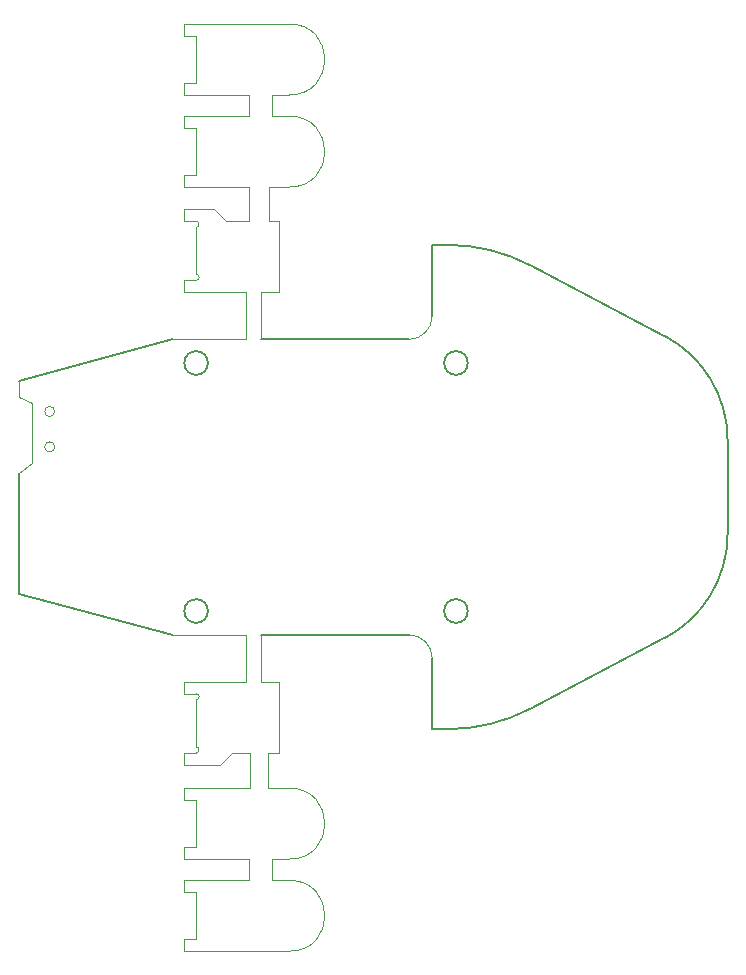
<source format=gbr>
%TF.GenerationSoftware,KiCad,Pcbnew,8.0.3*%
%TF.CreationDate,2024-06-29T22:13:22+09:00*%
%TF.ProjectId,makyi_mouse,6d616b79-695f-46d6-9f75-73652e6b6963,rev?*%
%TF.SameCoordinates,Original*%
%TF.FileFunction,Profile,NP*%
%FSLAX46Y46*%
G04 Gerber Fmt 4.6, Leading zero omitted, Abs format (unit mm)*
G04 Created by KiCad (PCBNEW 8.0.3) date 2024-06-29 22:13:22*
%MOMM*%
%LPD*%
G01*
G04 APERTURE LIST*
%TA.AperFunction,Profile*%
%ADD10C,0.200000*%
%TD*%
%TA.AperFunction,Profile*%
%ADD11C,0.100000*%
%TD*%
%TA.AperFunction,Profile*%
%ADD12C,0.050000*%
%TD*%
G04 APERTURE END LIST*
D10*
X174648339Y-67190378D02*
G75*
G02*
X180000038Y-76044357I-4648339J-8854022D01*
G01*
X120000000Y-78800000D02*
X120000000Y-89016660D01*
D11*
X136000000Y-54600000D02*
X139500000Y-54600000D01*
D10*
X120000000Y-89016660D02*
X133000000Y-92500000D01*
X158000000Y-69500000D02*
G75*
G02*
X156000000Y-69500000I-1000000J0D01*
G01*
X156000000Y-69500000D02*
G75*
G02*
X158000000Y-69500000I1000000J0D01*
G01*
D11*
X136000000Y-46800000D02*
X139450000Y-46800000D01*
D10*
X158000000Y-90500000D02*
G75*
G02*
X156000000Y-90500000I-1000000J0D01*
G01*
X156000000Y-90500000D02*
G75*
G02*
X158000000Y-90500000I1000000J0D01*
G01*
D11*
X137000000Y-103500000D02*
X135000000Y-103500000D01*
X139200000Y-92500000D02*
X139200000Y-96500000D01*
X140500000Y-96500000D02*
X140500000Y-92500000D01*
X139200000Y-96500000D02*
X135000000Y-96500000D01*
X140500000Y-63500000D02*
X142000000Y-63500000D01*
D10*
X133000000Y-67500000D02*
X120000000Y-70983340D01*
D11*
X139200000Y-67500000D02*
X133000000Y-67500000D01*
X136000000Y-40800000D02*
X142900000Y-40800000D01*
X121100000Y-72900000D02*
X120000000Y-72400000D01*
X141450000Y-113300000D02*
X142900000Y-113300000D01*
X153000000Y-92500000D02*
G75*
G02*
X155000000Y-94500000I0J-2000000D01*
G01*
D10*
X155000000Y-59500000D02*
X155000000Y-65500000D01*
D11*
X142000000Y-57500000D02*
X141200000Y-57500000D01*
X141450000Y-48600000D02*
X141450000Y-46800000D01*
X142900000Y-40800000D02*
G75*
G02*
X142900000Y-46800000I0J-3000000D01*
G01*
X121100000Y-78000000D02*
X121100000Y-72900000D01*
D10*
X156301837Y-59500000D02*
G75*
G02*
X163274338Y-61219047I-37J-15000000D01*
G01*
D11*
X142000000Y-102500000D02*
X141100000Y-102500000D01*
X139200000Y-92500000D02*
X133000000Y-92500000D01*
X139450000Y-113300000D02*
X139450000Y-111500000D01*
X141450000Y-46800000D02*
X142900000Y-46800000D01*
X139500000Y-57500000D02*
X137500000Y-57500000D01*
X135000000Y-63500000D02*
X139200000Y-63500000D01*
X136000000Y-119300000D02*
X142900000Y-119300000D01*
D10*
X163274346Y-98780969D02*
X174648339Y-92809622D01*
X155000000Y-100500000D02*
X156301837Y-100500000D01*
D11*
X136000000Y-105500000D02*
X139600000Y-105500000D01*
X140500000Y-67500000D02*
X140500000Y-63500000D01*
D10*
X155000000Y-94500000D02*
X155000000Y-100500000D01*
D11*
X136000000Y-48600000D02*
X139450000Y-48600000D01*
X139450000Y-48600000D02*
X139450000Y-46800000D01*
X141450000Y-113300000D02*
X141450000Y-111500000D01*
X141200000Y-54600000D02*
X142900000Y-54600000D01*
X120000000Y-78800000D02*
X121100000Y-78000000D01*
X141100000Y-105500000D02*
X142900000Y-105500000D01*
X141450000Y-111500000D02*
X142900000Y-111500000D01*
X137500000Y-57500000D02*
X136500000Y-56500000D01*
X139200000Y-63500000D02*
X139200000Y-67500000D01*
X142000000Y-96500000D02*
X142000000Y-102500000D01*
X139600000Y-105500000D02*
X139600000Y-102500000D01*
D10*
X156301837Y-59500000D02*
X155000000Y-59500000D01*
D11*
X136000000Y-113300000D02*
X139450000Y-113300000D01*
X142000000Y-63500000D02*
X142000000Y-57500000D01*
X141450000Y-48600000D02*
X142900000Y-48600000D01*
X136000000Y-111500000D02*
X139450000Y-111500000D01*
D10*
X136000000Y-69500000D02*
G75*
G02*
X134000000Y-69500000I-1000000J0D01*
G01*
X134000000Y-69500000D02*
G75*
G02*
X136000000Y-69500000I1000000J0D01*
G01*
D11*
X141200000Y-57500000D02*
X141200000Y-54600000D01*
D10*
X180000000Y-83955643D02*
G75*
G02*
X174648338Y-92809620I-10000000J3D01*
G01*
X174648339Y-67190378D02*
X163274346Y-61219031D01*
X153000000Y-67500000D02*
X140500000Y-67500000D01*
D11*
X139500000Y-57500000D02*
X139500000Y-54600000D01*
X138000000Y-102500000D02*
X137000000Y-103500000D01*
X142900000Y-48600000D02*
G75*
G02*
X142900000Y-54600000I0J-3000000D01*
G01*
D10*
X163274346Y-98780969D02*
G75*
G02*
X156301837Y-100500018I-6972546J13280969D01*
G01*
D11*
X142900000Y-105500000D02*
G75*
G02*
X142900000Y-111500000I0J-3000000D01*
G01*
X142000000Y-96500000D02*
X140500000Y-96500000D01*
D10*
X140500000Y-92500000D02*
X153000000Y-92500000D01*
X136000000Y-90500000D02*
G75*
G02*
X134000000Y-90500000I-1000000J0D01*
G01*
X134000000Y-90500000D02*
G75*
G02*
X136000000Y-90500000I1000000J0D01*
G01*
D11*
X136500000Y-56500000D02*
X135000000Y-56500000D01*
X142900000Y-113300000D02*
G75*
G02*
X142900000Y-119300000I0J-3000000D01*
G01*
D10*
X180000000Y-83955643D02*
X180000000Y-76044357D01*
D11*
X155000000Y-65500000D02*
G75*
G02*
X153000000Y-67500000I-2000000J0D01*
G01*
X141100000Y-105500000D02*
X141100000Y-102500000D01*
X120000000Y-72400000D02*
X120000000Y-70983340D01*
X139600000Y-102500000D02*
X138000000Y-102500000D01*
%TO.C,J9*%
X134000000Y-48600000D02*
X136000000Y-48600000D01*
X134000000Y-49600000D02*
X134000000Y-48600000D01*
X134000000Y-49600000D02*
X135000000Y-49600000D01*
X134000000Y-53600000D02*
X134000000Y-54600000D01*
X134000000Y-53600000D02*
X135000000Y-53600000D01*
X134000000Y-54600000D02*
X136000000Y-54600000D01*
X135000000Y-53600000D02*
X135000000Y-49600000D01*
%TO.C,J7*%
X134000000Y-113300000D02*
X136000000Y-113300000D01*
X134000000Y-114300000D02*
X134000000Y-113300000D01*
X134000000Y-114300000D02*
X135000000Y-114300000D01*
X134000000Y-118300000D02*
X134000000Y-119300000D01*
X134000000Y-118300000D02*
X135000000Y-118300000D01*
X134000000Y-119300000D02*
X136000000Y-119300000D01*
X135000000Y-118300000D02*
X135000000Y-114300000D01*
%TO.C,J13*%
X134000000Y-56500000D02*
X135000000Y-56500000D01*
X134000000Y-57500000D02*
X134000000Y-56500000D01*
X134000000Y-62500000D02*
X134000000Y-63500000D01*
X134000000Y-63500000D02*
X135000000Y-63500000D01*
X135000000Y-57500000D02*
X134000000Y-57500000D01*
X135000000Y-60000000D02*
X135000000Y-58000000D01*
X135000000Y-60000000D02*
X135000000Y-62000000D01*
X135000000Y-62500000D02*
X134000000Y-62500000D01*
X135000000Y-57500000D02*
G75*
G02*
X135000000Y-58000000I0J-250000D01*
G01*
X135000000Y-62000000D02*
G75*
G02*
X135000000Y-62500000I0J-250000D01*
G01*
%TO.C,J4*%
X134000000Y-105500000D02*
X136000000Y-105500000D01*
X134000000Y-106500000D02*
X134000000Y-105500000D01*
X134000000Y-106500000D02*
X135000000Y-106500000D01*
X134000000Y-110500000D02*
X134000000Y-111500000D01*
X134000000Y-110500000D02*
X135000000Y-110500000D01*
X134000000Y-111500000D02*
X136000000Y-111500000D01*
X135000000Y-110500000D02*
X135000000Y-106500000D01*
D12*
%TO.C,SW1*%
X123025000Y-73600000D02*
G75*
G02*
X122175000Y-73600000I-425000J0D01*
G01*
X122175000Y-73600000D02*
G75*
G02*
X123025000Y-73600000I425000J0D01*
G01*
X123025000Y-76600000D02*
G75*
G02*
X122175000Y-76600000I-425000J0D01*
G01*
X122175000Y-76600000D02*
G75*
G02*
X123025000Y-76600000I425000J0D01*
G01*
D11*
%TO.C,J11*%
X134000000Y-96500000D02*
X134000000Y-97500000D01*
X134000000Y-97500000D02*
X135000000Y-97500000D01*
X134000000Y-102500000D02*
X135000000Y-102500000D01*
X134000000Y-103500000D02*
X134000000Y-102500000D01*
X135000000Y-96500000D02*
X134000000Y-96500000D01*
X135000000Y-98000000D02*
X135000000Y-100000000D01*
X135000000Y-102000000D02*
X135000000Y-100000000D01*
X135000000Y-103500000D02*
X134000000Y-103500000D01*
X135000000Y-97500000D02*
G75*
G02*
X135000000Y-98000000I0J-250000D01*
G01*
X135000000Y-102000000D02*
G75*
G02*
X135000000Y-102500000I0J-250000D01*
G01*
%TO.C,J2*%
X134000000Y-40800000D02*
X136000000Y-40800000D01*
X134000000Y-41800000D02*
X134000000Y-40800000D01*
X134000000Y-41800000D02*
X135000000Y-41800000D01*
X134000000Y-45800000D02*
X134000000Y-46800000D01*
X134000000Y-45800000D02*
X135000000Y-45800000D01*
X134000000Y-46800000D02*
X136000000Y-46800000D01*
X135000000Y-45800000D02*
X135000000Y-41800000D01*
%TD*%
M02*

</source>
